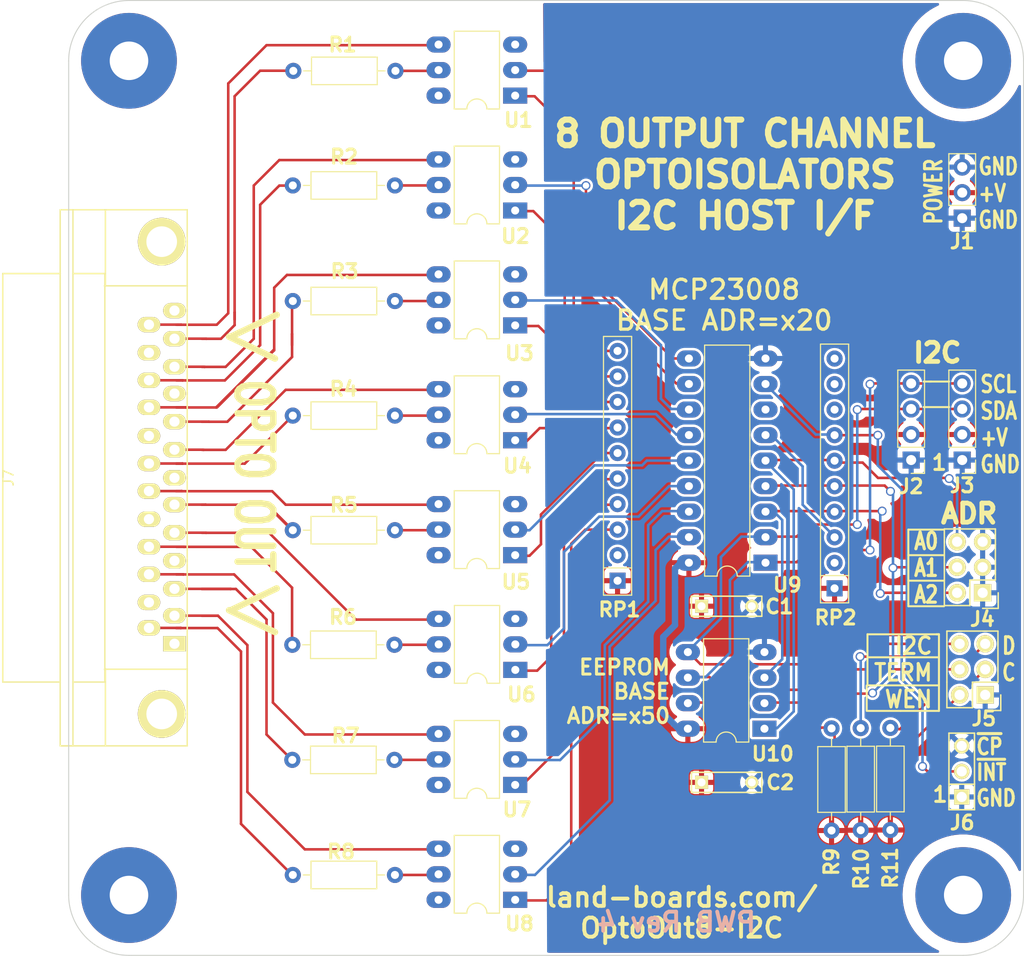
<source format=kicad_pcb>
(kicad_pcb (version 20211014) (generator pcbnew)
  (title_block (title "8-Channel Opto-Isolated Output I2C") (date "2022-09-29") (rev "4") (company "land-boards.com"))
  (layers (0 "F.Cu" signal) (31 "B.Cu" signal) (36 "B.SilkS" user "B.Silkscreen") (37 "F.SilkS" user "F.Silkscreen") (38 "B.Mask" user) (39 "F.Mask" user) (44 "Edge.Cuts" user))
  (net 0 "")
  (net 1 "/A0")
  (net 2 "/A1")
  (net 3 "/A2")
  (net 4 "/SCL")
  (net 5 "/SDA")
  (net 6 "/VCC")
  (net 7 "GND")
  (net 8 "Net-(R1-Pad1)")
  (net 9 "Net-(R2-Pad1)")
  (net 10 "Net-(R3-Pad1)")
  (net 11 "Net-(R4-Pad1)")
  (net 12 "Net-(R5-Pad1)")
  (net 13 "Net-(R6-Pad1)")
  (net 14 "Net-(R7-Pad1)")
  (net 15 "Net-(R8-Pad1)")
  (net 16 "Net-(RP1-Pad3)")
  (net 17 "Net-(RP1-Pad4)")
  (net 18 "Net-(RP1-Pad5)")
  (net 19 "Net-(RP1-Pad6)")
  (net 20 "Net-(RP1-Pad7)")
  (net 21 "Net-(RP1-Pad8)")
  (net 22 "Net-(RP1-Pad9)")
  (net 23 "Net-(RP1-Pad10)")
  (net 24 "Net-(RP2-Pad3)")
  (net 25 "Net-(J6-Pad2)")
  (net 26 "Net-(U1-Pad2)")
  (net 27 "Net-(U2-Pad2)")
  (net 28 "Net-(U3-Pad2)")
  (net 29 "Net-(U4-Pad2)")
  (net 30 "Net-(U5-Pad2)")
  (net 31 "Net-(U6-Pad2)")
  (net 32 "Net-(U7-Pad2)")
  (net 33 "Net-(U8-Pad2)")
  (net 34 "Net-(J5-Pad3)")
  (net 35 "Net-(J7-Pad2)")
  (net 36 "Net-(J7-Pad3)")
  (net 37 "Net-(J7-Pad5)")
  (net 38 "Net-(J7-Pad6)")
  (net 39 "Net-(J7-Pad8)")
  (net 40 "Net-(J7-Pad9)")
  (net 41 "Net-(J7-Pad11)")
  (net 42 "Net-(J7-Pad14)")
  (net 43 "Net-(J7-Pad16)")
  (net 44 "Net-(J7-Pad17)")
  (net 45 "Net-(J7-Pad19)")
  (net 46 "Net-(J7-Pad20)")
  (net 47 "Net-(J7-Pad22)")
  (net 48 "Net-(J7-Pad23)")
  (net 49 "Net-(J7-Pad25)")
  (net 50 "Net-(J5-Pad2)")
  (net 51 "Net-(J5-Pad5)")
  (net 56 "Net-(J7-Pad12)")
  (footprint "Resistor_THT:R_Axial_DIN0207_L6.3mm_D2.5mm_P10.16mm_Horizontal" (layer "F.Cu") (at 62.51 27 180)
    (fp_text reference "R1")
    (fp_text value "4.7K")
  )
  (footprint "Resistor_THT:R_Axial_DIN0207_L6.3mm_D2.5mm_P10.16mm_Horizontal" (layer "F.Cu") (at 62.46 38.4 180)
    (fp_text reference "R2")
    (fp_text value "4.7K")
  )
  (footprint "Resistor_THT:R_Axial_DIN0207_L6.3mm_D2.5mm_P10.16mm_Horizontal" (layer "F.Cu") (at 62.46 49.9 180)
    (fp_text reference "R3")
    (fp_text value "4.7K")
  )
  (footprint "Resistor_THT:R_Axial_DIN0207_L6.3mm_D2.5mm_P10.16mm_Horizontal" (layer "F.Cu") (at 62.46 61.3 180)
    (fp_text reference "R4")
    (fp_text value "4.7K")
  )
  (footprint "Resistor_THT:R_Axial_DIN0207_L6.3mm_D2.5mm_P10.16mm_Horizontal" (layer "F.Cu") (at 62.46 72.7 180)
    (fp_text reference "R5")
    (fp_text value "4.7K")
  )
  (footprint "Resistor_THT:R_Axial_DIN0207_L6.3mm_D2.5mm_P10.16mm_Horizontal" (layer "F.Cu") (at 62.41 84.1 180)
    (fp_text reference "R6")
    (fp_text value "4.7K")
  )
  (footprint "Resistor_THT:R_Axial_DIN0207_L6.3mm_D2.5mm_P10.16mm_Horizontal" (layer "F.Cu") (at 62.46 107 180)
    (fp_text reference "R8")
    (fp_text value "4.7K")
  )
  (footprint "Resistor_THT:R_Axial_DIN0207_L6.3mm_D2.5mm_P10.16mm_Horizontal" (layer "F.Cu") (at 62.41 95.55 180)
    (fp_text reference "R7")
    (fp_text value "4.7K")
  )
  (footprint "Package_DIP:DIP-6_W7.62mm_LongPads" (layer "F.Cu") (at 74.422 109.474 180)
    (fp_text reference "U8")
    (fp_text value "4N25")
  )
  (footprint "Package_DIP:DIP-6_W7.62mm_LongPads" (layer "F.Cu") (at 74.422 29.464 180)
    (fp_text reference "U1")
    (fp_text value "4N25")
  )
  (footprint "Package_DIP:DIP-6_W7.62mm_LongPads" (layer "F.Cu") (at 74.422 40.894 180)
    (fp_text reference "U2")
    (fp_text value "4N25")
  )
  (footprint "Package_DIP:DIP-6_W7.62mm_LongPads" (layer "F.Cu") (at 74.422 52.324 180)
    (fp_text reference "U3")
    (fp_text value "4N25")
  )
  (footprint "Package_DIP:DIP-6_W7.62mm_LongPads" (layer "F.Cu") (at 74.422 63.754 180)
    (fp_text reference "U4")
    (fp_text value "4N25")
  )
  (footprint "Package_DIP:DIP-6_W7.62mm_LongPads" (layer "F.Cu") (at 74.422 75.184 180)
    (fp_text reference "U5")
    (fp_text value "4N25")
  )
  (footprint "Package_DIP:DIP-6_W7.62mm_LongPads" (layer "F.Cu") (at 74.437 86.599 180)
    (fp_text reference "U6")
    (fp_text value "4N25")
  )
  (footprint "Package_DIP:DIP-6_W7.62mm_LongPads" (layer "F.Cu") (at 74.422 98.044 180)
    (fp_text reference "U7")
    (fp_text value "4N25")
  )
  (footprint "LandBoards_Conns:DB25FC_Oval_Pads" (layer "F.Cu") (at 39.2557 67.4878 90)
    (fp_text reference "J7")
    (fp_text value "DB25-F")
  )
  (footprint "MTG-6-32" (layer "F.Cu") (at 36 26 180)
    (fp_text reference "MTG4" hide)
    (fp_text value "MTG_HOLE" hide)
  )
  (footprint "MTG-6-32" (layer "F.Cu") (at 119 26 180)
    (fp_text reference "MTG3" hide)
    (fp_text value "MTG_HOLE" hide)
  )
  (footprint "MTG-6-32" (layer "F.Cu") (at 36 109 180)
    (fp_text reference "MTG2" hide)
    (fp_text value "MTG_HOLE" hide)
  )
  (footprint "MTG-6-32" (layer "F.Cu") (at 119 109 180)
    (fp_text reference "MTG1" hide)
    (fp_text value "MTG_HOLE" hide)
  )
  (footprint "Connector_PinHeader_2.54mm:PinHeader_1x04_P2.54mm_Vertical" (layer "F.Cu") (at 118.9 65.72 180)
    (fp_text reference "J3")
    (fp_text value "HEADER, STRT, 1X4")
  )
  (footprint "Resistor_THT:R_Array_SIP10" (layer "F.Cu") (at 84.61 77.724 90)
    (fp_text reference "RP1")
    (fp_text value "330")
  )
  (footprint "Resistor_THT:R_Array_SIP10" (layer "F.Cu") (at 106.2 78.486 90)
    (fp_text reference "RP2")
    (fp_text value "4.7K")
  )
  (footprint "Connector_PinHeader_2.54mm:PinHeader_1x04_P2.54mm_Vertical" (layer "F.Cu") (at 113.82 65.72 180)
    (fp_text reference "J2")
    (fp_text value "HEADER, STRT, 1X4")
  )
  (footprint "Connector_PinHeader_2.54mm:PinHeader_1x03_P2.54mm_Vertical" (layer "F.Cu") (at 118.9 41.656 180)
    (fp_text reference "J1")
    (fp_text value "HEADER, STRT, 1X3")
  )
  (footprint "PIN_ARRAY_3X1" (layer "F.Cu") (at 118.850004 96.70001 90)
    (fp_text reference "J6")
    (fp_text value "CONN_3" hide)
  )
  (footprint "Resistor_THT:R_Axial_DIN0207_L6.3mm_D2.5mm_P10.16mm_Horizontal" (layer "F.Cu") (at 108.8 92.39 -90)
    (fp_text reference "R10")
    (fp_text value "2.2K")
  )
  (footprint "Resistor_THT:R_Axial_DIN0207_L6.3mm_D2.5mm_P10.16mm_Horizontal" (layer "F.Cu") (at 111.75 92.37 -90)
    (fp_text reference "R11")
    (fp_text value "2.2K")
  )
  (footprint "Resistor_THT:R_Axial_DIN0207_L6.3mm_D2.5mm_P10.16mm_Horizontal" (layer "F.Cu") (at 105.9 92.42 -90)
    (fp_text reference "R9")
    (fp_text value "1K")
  )
  (footprint "Pin_Headers:Pin_Header_Straight_2x03" (layer "F.Cu") (at 120.931991 78.928011 180)
    (fp_text reference "J4")
    (fp_text value "HEADER, STRT, 2X3" hide)
  )
  (footprint "Pin_Headers:Pin_Header_Straight_2x03" (layer "F.Cu") (at 121.185991 89.088011 180)
    (fp_text reference "J5")
    (fp_text value "HEADER, STRT, 2X3" hide)
  )
  (footprint "Capacitors_ThroughHole:C_Rect_L7_W2_P5" (layer "F.Cu") (at 92.964 80.264)
    (fp_text reference "C1")
    (fp_text value "C" hide)
  )
  (footprint "Capacitors_ThroughHole:C_Rect_L7_W2_P5" (layer "F.Cu") (at 92.964 97.79)
    (fp_text reference "C2")
    (fp_text value "C" hide)
  )
  (footprint "Package_DIP:DIP-18_W7.62mm_LongPads" (layer "F.Cu") (at 99.329 75.936 180)
    (fp_text reference "U9")
    (fp_text value "MCP23008P")
  )
  (footprint "Package_DIP:DIP-8_W7.62mm_LongPads" (layer "F.Cu") (at 99.225 92.45 180)
    (fp_text reference "U10")
    (fp_text value "24C01")
  )
  (gr_line (start 115.824 57.912) (end 115.062 57.912) (layer "F.SilkS") (width 0.2))
  (gr_line (start 113.538 72.644) (end 113.538 80.01) (layer "F.SilkS") (width 0.2))
  (gr_line (start 116.332 83.058) (end 116.586 83.058) (layer "F.SilkS") (width 0.2))
  (gr_line (start 116.586 85.344) (end 116.586 88.138) (layer "F.SilkS") (width 0.2))
  (gr_line (start 109.4 88.15) (end 109.4 90.678) (layer "F.SilkS") (width 0.2))
  (gr_line (start 109.728 88.138) (end 109.474 88.138) (layer "F.SilkS") (width 0.2))
  (gr_line (start 116.586 90.678) (end 112.776 90.678) (layer "F.SilkS") (width 0.2))
  (gr_line (start 113.538 75.184) (end 117.094 75.184) (layer "F.SilkS") (width 0.2))
  (gr_line (start 112.776 90.678) (end 109.5 90.678) (layer "F.SilkS") (width 0.2))
  (gr_line (start 116.586 83.058) (end 116.586 90.424) (layer "F.SilkS") (width 0.2))
  (gr_line (start 109.474 85.344) (end 116.586 85.344) (layer "F.SilkS") (width 0.2))
  (gr_line (start 116.586 88.138) (end 109.728 88.138) (layer "F.SilkS") (width 0.2))
  (gr_line (start 109.474 83.058) (end 109.474 85.344) (layer "F.SilkS") (width 0.2))
  (gr_line (start 109.474 88.138) (end 109.474 85.344) (layer "F.SilkS") (width 0.2))
  (gr_line (start 113.538 80.264) (end 117.094 80.264) (layer "F.SilkS") (width 0.2))
  (gr_line (start 117.094 72.644) (end 113.538 72.644) (layer "F.SilkS") (width 0.2))
  (gr_line (start 113.538 80.01) (end 113.538 80.264) (layer "F.SilkS") (width 0.2))
  (gr_line (start 115.57 57.912) (end 117.602 57.912) (layer "F.SilkS") (width 0.2))
  (gr_line (start 113.538 77.724) (end 117.094 77.724) (layer "F.SilkS") (width 0.2))
  (gr_line (start 116.586 90.424) (end 116.586 90.678) (layer "F.SilkS") (width 0.2))
  (gr_line (start 116.586 83.058) (end 109.474 83.058) (layer "F.SilkS") (width 0.2))
  (gr_line (start 115.062 60.452) (end 117.602 60.452) (layer "F.SilkS") (width 0.2))
  (gr_line (start 30 109) (end 30 26) (layer "Edge.Cuts") (width 0.1))
  (gr_line (start 119 115) (end 36 115) (layer "Edge.Cuts") (width 0.1))
  (gr_arc (start 119 20) (mid 123.242641 21.757359) (end 125 26) (layer "Edge.Cuts") (width 0.1))
  (gr_arc (start 30 26) (mid 31.757359 21.757359) (end 36 20) (layer "Edge.Cuts") (width 0.1))
  (gr_line (start 36 20) (end 119 20) (layer "Edge.Cuts") (width 0.1))
  (gr_arc (start 36 115) (mid 31.757359 113.242641) (end 30 109) (layer "Edge.Cuts") (width 0.1))
  (gr_line (start 125 26) (end 125 109) (layer "Edge.Cuts") (width 0.1))
  (gr_arc (start 125 109) (mid 123.242641 113.242641) (end 119 115) (layer "Edge.Cuts") (width 0.1))
  (gr_text "PWB Rev 4" (at 98.579991 111.694011) (layer "B.SilkS") (effects (font (size 1.905 1.905) (thickness 0.381)) (justify left mirror)))
  (gr_text "ADR" (at 116.55 71.05) (layer "F.SilkS") (effects (font (size 1.905 1.905) (thickness 0.47625)) (justify left)))
  (gr_text "SCL\nSDA\n+V\nGND" (at 120.551 62.164) (layer "F.SilkS") (effects (font (size 1.651 1.27) (thickness 0.3)) (justify left)))
  (gr_text "8 OUTPUT CHANNEL\nOPTOISOLATORS\nI2C HOST I/F" (at 97.282 37.338) (layer "F.SilkS") (effects (font (size 2.54 2.54) (thickness 0.6096))))
  (gr_text "D\nC" (at 122.71 85.532) (layer "F.SilkS") (effects (font (size 1.651 1.27) (thickness 0.3)) (justify left)))
  (gr_text "1" (at 116.7 99) (layer "F.SilkS") (effects (font (size 1.5 1.5) (thickness 0.3))))
  (gr_text "POWER" (at 116.05 39 90) (layer "F.SilkS") (effects (font (size 1.651 1.27) (thickness 0.3))))
  (gr_text "1" (at 116.614 65.974) (layer "F.SilkS") (effects (font (size 1.5 1.5) (thickness 0.3))))
  (gr_text "A0\nA1\nA2" (at 115.316 76.454) (layer "F.SilkS") (effects (font (size 1.651 1.27) (thickness 0.3175))))
  (gr_text "MCP23008\nBASE ADR=x20" (at 95.214491 50.3) (layer "F.SilkS") (effects (font (size 1.905 1.905) (thickness 0.32385))))
  (gr_text "GND\n+V\nGND" (at 120.3605 39.177) (layer "F.SilkS") (effects (font (size 1.651 1.27) (thickness 0.3)) (justify left)))
  (gr_text "land-boards.com/\nOptoOut8-I2C" (at 91 110.75) (layer "F.SilkS") (effects (font (size 1.905 1.905) (thickness 0.381))))
  (gr_text "I2C" (at 116.423491 55.052011) (layer "F.SilkS") (effects (font (size 1.905 1.905) (thickness 0.47625))))
  (gr_text "I2C\nTERM\nWEN" (at 116.078 86.868) (layer "F.SilkS") (effects (font (size 1.651 1.5) (thickness 0.3)) (justify right)))
  (gr_text "EEPROM\nBASE\nADR=x50" (at 90 88.75) (layer "F.SilkS") (effects (font (size 1.5 1.5) (thickness 0.3)) (justify right)))
  (gr_text "\\/ OPTO OUT \\/" (at 48.415 83.5 270) (layer "F.SilkS") (effects (font (size 3.556 2.54) (thickness 0.635)) (justify right)))
  (gr_text "~{CP}\n~{INT}\nGND" (at 120.15 96.8) (layer "F.SilkS") (effects (font (size 1.5875 1.27) (thickness 0.3)) (justify left)))
  (segment (start 110.518 67.498) (end 108.994 65.974) (width 0.254) (layer "F.Cu") (net 1))
  (segment (start 108.994 65.974) (end 106.454 65.974) (width 0.254) (layer "F.Cu") (net 1))
  (segment (start 117.602 67.564) (end 117.536 67.498) (width 0.254) (layer "F.Cu") (net 1))
  (segment (start 110.518 67.498) (end 117.536 67.498) (width 0.254) (layer "F.Cu") (net 1))
  (segment (start 99.215 65.72) (end 106.2 65.72) (width 0.254) (layer "F.Cu") (net 1))
  (via (at 117.602 67.564) (size 0.889) (drill 0.635) (layers "F.Cu" "B.Cu") (net 1))
  (segment (start 100.485 92.39) (end 102.136 90.739) (width 0.254) (layer "B.Cu") (net 1))
  (segment (start 102.136 90.739) (end 102.136 68.641) (width 0.254) (layer "B.Cu") (net 1))
  (segment (start 102.136 68.641) (end 99.215 65.72) (width 0.254) (layer "B.Cu") (net 1))
  (segment (start 118.392 68.354) (end 117.602 67.564) (width 0.254) (layer "B.Cu") (net 1))
  (segment (start 118.392 73.848) (end 118.392 68.354) (width 0.254) (layer "B.Cu") (net 1))
  (segment (start 99.215 92.39) (end 100.485 92.39) (width 0.254) (layer "B.Cu") (net 1))
  (segment (start 104.676 89.85) (end 105.565 88.961) (width 0.254) (layer "F.Cu") (net 2))
  (segment (start 109.921 88.961) (end 109.982 88.9) (width 0.254) (layer "F.Cu") (net 2))
  (segment (start 111.186 68.26) (end 111.76 68.834) (width 0.254) (layer "F.Cu") (net 2))
  (segment (start 112.08 76.388) (end 112.014 76.454) (width 0.254) (layer "F.Cu") (net 2))
  (segment (start 99.215 68.26) (end 106.2 68.26) (width 0.254) (layer "F.Cu") (net 2))
  (segment (start 105.565 88.961) (end 109.921 88.961) (width 0.254) (layer "F.Cu") (net 2))
  (segment (start 118.392 76.388) (end 112.08 76.388) (width 0.254) (layer "F.Cu") (net 2))
  (segment (start 106.2 68.26) (end 111.186 68.26) (width 0.254) (layer "F.Cu") (net 2))
  (segment (start 99.215 89.85) (end 104.676 89.85) (width 0.254) (layer "F.Cu") (net 2))
  (via (at 112.014 76.454) (size 0.889) (drill 0.635) (layers "F.Cu" "B.Cu") (net 2))
  (via (at 109.982 88.9) (size 0.889) (drill 0.635) (layers "F.Cu" "B.Cu") (net 2))
  (via (at 111.76 68.834) (size 0.889) (drill 0.635) (layers "F.Cu" "B.Cu") (net 2))
  (segment (start 111.76 68.834) (end 112.014 69.088) (width 0.254) (layer "B.Cu") (net 2))
  (segment (start 112.014 69.088) (end 112.014 76.454) (width 0.254) (layer "B.Cu") (net 2))
  (segment (start 112.014 86.868) (end 109.982 88.9) (width 0.254) (layer "B.Cu") (net 2))
  (segment (start 112.014 76.454) (end 112.014 86.868) (width 0.254) (layer "B.Cu") (net 2))
  (segment (start 110.744 78.994) (end 110.81 78.928) (width 0.254) (layer "F.Cu") (net 3))
  (segment (start 110.81 78.928) (end 118.392 78.928) (width 0.254) (layer "F.Cu") (net 3))
  (segment (start 99.215 70.8) (end 106.2 70.8) (width 0.254) (layer "F.Cu") (net 3))
  (segment (start 106.2 70.8) (end 110.932 70.8) (width 0.254) (layer "F.Cu") (net 3))
  (via (at 110.744 78.994) (size 0.889) (drill 0.635) (layers "F.Cu" "B.Cu") (net 3))
  (via (at 110.932 70.8) (size 0.889) (drill 0.635) (layers "F.Cu" "B.Cu") (net 3))
  (segment (start 100.104 70.8) (end 100.993 71.689) (width 0.254) (layer "B.Cu") (net 3))
  (segment (start 100.993 71.689) (end 100.993 85.532) (width 0.254) (layer "B.Cu") (net 3))
  (segment (start 100.993 85.532) (end 99.215 87.31) (width 0.254) (layer "B.Cu") (net 3))
  (segment (start 110.932 70.8) (end 110.744 70.988) (width 0.254) (layer "B.Cu") (net 3))
  (segment (start 110.744 70.988) (end 110.744 78.994) (width 0.254) (layer "B.Cu") (net 3))
  (segment (start 95.024 88.58) (end 93.754 87.31) (width 0.254) (layer "F.Cu") (net 4))
  (segment (start 93.754 87.31) (end 91.595 87.31) (width 0.254) (layer "F.Cu") (net 4))
  (segment (start 103.406 88.58) (end 105.438 86.548) (width 0.254) (layer "F.Cu") (net 4))
  (segment (start 109.728 58.166) (end 109.794 58.1) (width 0.254) (layer "F.Cu") (net 4))
  (segment (start 109.794 58.1) (end 113.82 58.1) (width 0.254) (layer "F.Cu") (net 4))
  (segment (start 102.428 75.88) (end 103.632 74.676) (width 0.254) (layer "F.Cu") (net 4))
  (segment (start 103.632 74.676) (end 109.728 74.676) (width 0.254) (layer "F.Cu") (net 4))
  (segment (start 113.82 58.1) (end 118.9 58.1) (width 0.254) (layer "F.Cu") (net 4))
  (segment (start 105.438 86.548) (end 118.646 86.548) (width 0.254) (layer "F.Cu") (net 4))
  (segment (start 99.215 75.88) (end 102.428 75.88) (width 0.254) (layer "F.Cu") (net 4))
  (segment (start 95.024 88.58) (end 103.406 88.58) (width 0.254) (layer "F.Cu") (net 4))
  (via (at 109.728 74.676) (size 0.889) (drill 0.635) (layers "F.Cu" "B.Cu") (net 4))
  (via (at 109.728 58.166) (size 0.889) (drill 0.635) (layers "F.Cu" "B.Cu") (net 4))
  (segment (start 93.373 87.31) (end 95.786 84.897) (width 0.254) (layer "B.Cu") (net 4))
  (segment (start 95.786 84.897) (end 95.786 77.658) (width 0.254) (layer "B.Cu") (net 4))
  (segment (start 95.786 77.658) (end 97.564 75.88) (width 0.254) (layer "B.Cu") (net 4))
  (segment (start 97.564 75.88) (end 99.215 75.88) (width 0.254) (layer "B.Cu") (net 4))
  (segment (start 109.728 74.676) (end 109.728 58.166) (width 0.254) (layer "B.Cu") (net 4))
  (segment (start 91.595 87.31) (end 93.373 87.31) (width 0.254) (layer "B.Cu") (net 4))
  (segment (start 105.057 84.008) (end 103.025 86.04) (width 0.254) (layer "F.Cu") (net 5))
  (segment (start 103.025 86.04) (end 92.865 86.04) (width 0.254) (layer "F.Cu") (net 5))
  (segment (start 92.865 86.04) (end 91.595 84.77) (width 0.254) (layer "F.Cu") (net 5))
  (segment (start 108.458 60.706) (end 108.524 60.64) (width 0.254) (layer "F.Cu") (net 5))
  (segment (start 108.524 60.64) (end 113.82 60.64) (width 0.254) (layer "F.Cu") (net 5))
  (segment (start 102.428 73.34) (end 103.632 72.136) (width 0.254) (layer "F.Cu") (net 5))
  (segment (start 103.632 72.136) (end 108.458 72.136) (width 0.254) (layer "F.Cu") (net 5))
  (segment (start 118.646 84.008) (end 105.057 84.008) (width 0.254) (layer "F.Cu") (net 5))
  (segment (start 99.215 73.34) (end 102.428 73.34) (width 0.254) (layer "F.Cu") (net 5))
  (segment (start 113.82 60.64) (end 118.9 60.64) (width 0.254) (layer "F.Cu") (net 5))
  (via (at 108.458 72.136) (size 0.889) (drill 0.635) (layers "F.Cu" "B.Cu") (net 5))
  (via (at 108.458 60.706) (size 0.889) (drill 0.635) (layers "F.Cu" "B.Cu") (net 5))
  (segment (start 94.897 81.468) (end 94.897 75.372) (width 0.254) (layer "B.Cu") (net 5))
  (segment (start 94.897 75.372) (end 96.929 73.34) (width 0.254) (layer "B.Cu") (net 5))
  (segment (start 96.929 73.34) (end 99.215 73.34) (width 0.254) (layer "B.Cu") (net 5))
  (segment (start 108.458 72.136) (end 108.458 60.706) (width 0.254) (layer "B.Cu") (net 5))
  (segment (start 91.595 84.77) (end 94.897 81.468) (width 0.254) (layer "B.Cu") (net 5))
  (segment (start 90.96 75.88) (end 90.325 76.515) (width 0.254) (layer "B.Cu") (net 6))
  (segment (start 90.325 76.515) (end 90.325 78.42) (width 0.254) (layer "B.Cu") (net 6))
  (segment (start 90.96 75.88) (end 90.325 76.515) (width 0.635) (layer "B.Cu") (net 6))
  (segment (start 90.325 76.515) (end 90.325 78.42) (width 0.635) (layer "B.Cu") (net 6))
  (segment (start 90.325 82.141) (end 89.154 83.312) (width 0.635) (layer "B.Cu") (net 6))
  (segment (start 89.154 90.932) (end 90.612 92.39) (width 0.635) (layer "B.Cu") (net 6))
  (segment (start 90.612 92.39) (end 91.595 92.39) (width 0.635) (layer "B.Cu") (net 6))
  (segment (start 89.154 83.312) (end 89.154 90.932) (width 0.635) (layer "B.Cu") (net 6))
  (segment (start 90.325 78.42) (end 90.325 82.141) (width 0.635) (layer "B.Cu") (net 6))
  (segment (start 62.51 27) (end 66.726 27) (width 0.254) (layer "F.Cu") (net 8))
  (segment (start 62.46 38.4) (end 66.756 38.4) (width 0.254) (layer "F.Cu") (net 9))
  (segment (start 62.46 49.9) (end 66.686 49.9) (width 0.254) (layer "F.Cu") (net 10))
  (segment (start 62.46 61.3) (end 66.716 61.3) (width 0.254) (layer "F.Cu") (net 11))
  (segment (start 62.46 72.7) (end 66.746 72.7) (width 0.254) (layer "F.Cu") (net 12))
  (segment (start 62.41 84.1) (end 66.776 84.1) (width 0.254) (layer "F.Cu") (net 13))
  (segment (start 62.41 95.55) (end 66.756 95.55) (width 0.254) (layer "F.Cu") (net 14))
  (segment (start 62.46 107) (end 66.736 107) (width 0.254) (layer "F.Cu") (net 15))
  (segment (start 80 74.05) (end 80 107.07) (width 0.254) (layer "F.Cu") (net 16))
  (segment (start 80 107.07) (end 77.535 109.535) (width 0.254) (layer "F.Cu") (net 16))
  (segment (start 81.406 72.644) (end 80 74.05) (width 0.254) (layer "F.Cu") (net 16))
  (segment (start 84.61 72.644) (end 81.406 72.644) (width 0.254) (layer "F.Cu") (net 16))
  (segment (start 77.535 109.535) (end 74.45 109.535) (width 0.254) (layer "F.Cu") (net 16))
  (segment (start 75.085 98.105) (end 79.276 93.914) (width 0.254) (layer "F.Cu") (net 17))
  (segment (start 79.276 73.467) (end 82.578 70.165) (width 0.254) (layer "F.Cu") (net 17))
  (segment (start 82.578 70.165) (end 84.61 70.165) (width 0.254) (layer "F.Cu") (net 17))
  (segment (start 79.276 93.914) (end 79.276 73.467) (width 0.254) (layer "F.Cu") (net 17))
  (segment (start 76.609 86.675) (end 78.006 85.278) (width 0.254) (layer "F.Cu") (net 18))
  (segment (start 78.006 72.324) (end 82.705 67.625) (width 0.254) (layer "F.Cu") (net 18))
  (segment (start 82.705 67.625) (end 84.61 67.625) (width 0.254) (layer "F.Cu") (net 18))
  (segment (start 74.45 86.675) (end 76.609 86.675) (width 0.254) (layer "F.Cu") (net 18))
  (segment (start 78.006 85.278) (end 78.006 72.324) (width 0.254) (layer "F.Cu") (net 18))
  (segment (start 75.847 75.245) (end 76.99 74.102) (width 0.254) (layer "F.Cu") (net 19))
  (segment (start 84.61 65.024) (end 83.106 65.024) (width 0.254) (layer "F.Cu") (net 19))
  (segment (start 76.99 74.102) (end 76.99 71.14) (width 0.254) (layer "F.Cu") (net 19))
  (segment (start 74.45 75.245) (end 75.847 75.245) (width 0.254) (layer "F.Cu") (net 19))
  (segment (start 83.106 65.024) (end 76.99 71.14) (width 0.254) (layer "F.Cu") (net 19))
  (segment (start 75.593 63.815) (end 76.863 62.545) (width 0.254) (layer "F.Cu") (net 20))
  (segment (start 76.863 62.545) (end 84.61 62.545) (width 0.254) (layer "F.Cu") (net 20))
  (segment (start 74.45 63.815) (end 75.593 63.815) (width 0.254) (layer "F.Cu") (net 20))
  (segment (start 76.736 52.385) (end 74.45 52.385) (width 0.254) (layer "F.Cu") (net 21))
  (segment (start 78.0505 53.6995) (end 76.736 52.385) (width 0.254) (layer "F.Cu") (net 21))
  (segment (start 84.61 59.944) (end 81.044 59.944) (width 0.254) (layer "F.Cu") (net 21))
  (segment (start 78.0505 56.9505) (end 78.0505 53.6995) (width 0.254) (layer "F.Cu") (net 21))
  (segment (start 81.044 59.944) (end 78.0505 56.9505) (width 0.254) (layer "F.Cu") (net 21))
  (segment (start 84.61 57.404) (end 80.304 57.404) (width 0.254) (layer "F.Cu") (net 22))
  (segment (start 80.304 57.404) (end 79.35 56.45) (width 0.254) (layer "F.Cu") (net 22))
  (segment (start 79.35 44.077) (end 76.228 40.955) (width 0.254) (layer "F.Cu") (net 22))
  (segment (start 79.35 56.45) (end 79.35 44.077) (width 0.254) (layer "F.Cu") (net 22))
  (segment (start 74.45 40.955) (end 76.228 40.955) (width 0.254) (layer "F.Cu") (net 22))
  (segment (start 76.355 29.525) (end 80.25 33.42) (width 0.254) (layer "F.Cu") (net 23))
  (segment (start 80.25 53.6) (end 80.25 33.42) (width 0.254) (layer "F.Cu") (net 23))
  (segment (start 84.61 54.864) (end 81.514 54.864) (width 0.254) (layer "F.Cu") (net 23))
  (segment (start 81.514 54.864) (end 80.25 53.6) (width 0.254) (layer "F.Cu") (net 23))
  (segment (start 74.45 29.525) (end 76.355 29.525) (width 0.254) (layer "F.Cu") (net 23))
  (segment (start 103.025 70.165) (end 103.025 66.355) (width 0.254) (layer "B.Cu") (net 24))
  (segment (start 103.025 66.355) (end 99.85 63.18) (width 0.254) (layer "B.Cu") (net 24))
  (segment (start 106.2 73.34) (end 103.025 70.165) (width 0.254) (layer "B.Cu") (net 24))
  (segment (start 110.4982 63.246) (end 110.5022 63.25) (width 0.254) (layer "F.Cu") (net 25))
  (segment (start 106.2 63.246) (end 110.4982 63.246) (width 0.254) (layer "F.Cu") (net 25))
  (segment (start 118.85 96.7) (end 115.45 96.7) (width 0.254) (layer "F.Cu") (net 25))
  (segment (start 115.45 96.7) (end 114.95 96.2) (width 0.254) (layer "F.Cu") (net 25))
  (via (at 110.5022 63.25) (size 0.889) (drill 0.635) (layers "F.Cu" "B.Cu") (net 25))
  (via (at 114.95 96.2) (size 0.889) (drill 0.635) (layers "F.Cu" "B.Cu") (net 25))
  (segment (start 99.248 58.1) (end 104.328 63.18) (width 0.254) (layer "B.Cu") (net 25))
  (segment (start 104.328 63.18) (end 106.2 63.18) (width 0.254) (layer "B.Cu") (net 25))
  (segment (start 112.879711 87.529711) (end 114.95 89.6) (width 0.254) (layer "B.Cu") (net 25))
  (segment (start 110.5022 63.25) (end 110.5022 66.2522) (width 0.254) (layer "B.Cu") (net 25))
  (segment (start 114.95 89.6) (end 114.95 96.2) (width 0.254) (layer "B.Cu") (net 25))
  (segment (start 112.879711 68.629711) (end 112.879711 87.529711) (width 0.254) (layer "B.Cu") (net 25))
  (segment (start 110.5022 66.2522) (end 112.879711 68.629711) (width 0.254) (layer "B.Cu") (net 25))
  (segment (start 77.335 26.985) (end 82.9 32.55) (width 0.254) (layer "F.Cu") (net 26))
  (segment (start 82.9 32.55) (end 82.9 48.4) (width 0.254) (layer "F.Cu") (net 26))
  (segment (start 91.709 55.616) (end 90.116 55.616) (width 0.254) (layer "F.Cu") (net 26))
  (segment (start 90.116 55.616) (end 82.9 48.4) (width 0.254) (layer "F.Cu") (net 26))
  (segment (start 74.45 26.985) (end 77.335 26.985) (width 0.254) (layer "F.Cu") (net 26))
  (segment (start 90.452 58.1) (end 88.166 55.814) (width 0.254) (layer "F.Cu") (net 27))
  (segment (start 91.595 58.1) (end 90.452 58.1) (width 0.254) (layer "F.Cu") (net 27))
  (segment (start 88.166 55.814) (end 88.166 54.434) (width 0.254) (layer "F.Cu") (net 27))
  (segment (start 81.465 47.733) (end 88.166 54.434) (width 0.254) (layer "F.Cu") (net 27))
  (segment (start 81.465 38.415) (end 81.465 47.733) (width 0.254) (layer "F.Cu") (net 27))
  (via (at 81.465 38.415) (size 0.889) (drill 0.635) (layers "F.Cu" "B.Cu") (net 27))
  (segment (start 81.465 38.415) (end 74.45 38.415) (width 0.254) (layer "B.Cu") (net 27))
  (segment (start 89.944 60.64) (end 88.928 59.624) (width 0.254) (layer "B.Cu") (net 28))
  (segment (start 88.928 59.624) (end 88.928 54.29) (width 0.254) (layer "B.Cu") (net 28))
  (segment (start 84.483 49.845) (end 88.928 54.29) (width 0.254) (layer "B.Cu") (net 28))
  (segment (start 91.595 60.64) (end 89.944 60.64) (width 0.254) (layer "B.Cu") (net 28))
  (segment (start 74.45 49.845) (end 84.483 49.845) (width 0.254) (layer "B.Cu") (net 28))
  (segment (start 90.452 63.18) (end 88.42 61.148) (width 0.254) (layer "B.Cu") (net 29))
  (segment (start 88.42 61.148) (end 74.577 61.148) (width 0.254) (layer "B.Cu") (net 29))
  (segment (start 91.595 63.18) (end 90.452 63.18) (width 0.254) (layer "B.Cu") (net 29))
  (segment (start 87.05 66.25) (end 82.302 66.25) (width 0.254) (layer "B.Cu") (net 30))
  (segment (start 82.302 66.25) (end 75.847 72.705) (width 0.254) (layer "B.Cu") (net 30))
  (segment (start 87.524 65.776) (end 87.05 66.25) (width 0.254) (layer "B.Cu") (net 30))
  (segment (start 91.709 65.776) (end 87.524 65.776) (width 0.254) (layer "B.Cu") (net 30))
  (segment (start 75.847 72.705) (end 74.45 72.705) (width 0.254) (layer "B.Cu") (net 30))
  (segment (start 79.276 74.864) (end 79.276 82.484) (width 0.254) (layer "B.Cu") (net 31))
  (segment (start 82.79 71.35) (end 79.276 74.864) (width 0.254) (layer "B.Cu") (net 31))
  (segment (start 79.276 82.484) (end 77.625 84.135) (width 0.254) (layer "B.Cu") (net 31))
  (segment (start 89.734 68.316) (end 86.7 71.35) (width 0.254) (layer "B.Cu") (net 31))
  (segment (start 91.709 68.316) (end 89.734 68.316) (width 0.254) (layer "B.Cu") (net 31))
  (segment (start 86.7 71.35) (end 82.79 71.35) (width 0.254) (layer "B.Cu") (net 31))
  (segment (start 77.625 84.135) (end 74.45 84.135) (width 0.254) (layer "B.Cu") (net 31))
  (segment (start 78.895 95.565) (end 83.34 91.12) (width 0.254) (layer "B.Cu") (net 32))
  (segment (start 83.34 91.12) (end 83.34 84.135) (width 0.254) (layer "B.Cu") (net 32))
  (segment (start 83.34 84.135) (end 87.658 79.817) (width 0.254) (layer "B.Cu") (net 32))
  (segment (start 87.658 72.197) (end 89.055 70.8) (width 0.254) (layer "B.Cu") (net 32))
  (segment (start 89.055 70.8) (end 91.595 70.8) (width 0.254) (layer "B.Cu") (net 32))
  (segment (start 74.45 95.565) (end 78.895 95.565) (width 0.254) (layer "B.Cu") (net 32))
  (segment (start 87.658 79.817) (end 87.658 72.197) (width 0.254) (layer "B.Cu") (net 32))
  (segment (start 89.728 73.34) (end 88.392 74.676) (width 0.254) (layer "B.Cu") (net 33))
  (segment (start 88.392 74.676) (end 88.392 79.729582) (width 0.254) (layer "B.Cu") (net 33))
  (segment (start 88.392 79.729582) (end 83.82 84.301582) (width 0.254) (layer "B.Cu") (net 33))
  (segment (start 83.82 84.301582) (end 83.82 99.568) (width 0.254) (layer "B.Cu") (net 33))
  (segment (start 83.82 99.568) (end 76.393 106.995) (width 0.254) (layer "B.Cu") (net 33))
  (segment (start 74.45 106.995) (end 76.393 106.995) (width 0.254) (layer "B.Cu") (net 33))
  (segment (start 91.595 73.34) (end 89.728 73.34) (width 0.254) (layer "B.Cu") (net 33))
  (segment (start 117.376 87.818) (end 119.916 87.818) (width 0.254) (layer "F.Cu") (net 34))
  (segment (start 119.916 87.818) (end 121.186 86.548) (width 0.254) (layer "F.Cu") (net 34))
  (segment (start 112.704 92.49) (end 111.55 92.49) (width 0.254) (layer "F.Cu") (net 34))
  (segment (start 112.704 92.49) (end 117.376 87.818) (width 0.254) (layer "F.Cu") (net 34))
  (segment (start 47.78 84.135) (end 47.78 98.74) (width 0.254) (layer "F.Cu") (net 35))
  (segment (start 53.495 104.455) (end 66.83 104.455) (width 0.254) (layer "F.Cu") (net 35))
  (segment (start 44.8488 81.2038) (end 40.5257 81.2038) (width 0.254) (layer "F.Cu") (net 35))
  (segment (start 47.78 98.74) (end 53.495 104.455) (width 0.254) (layer "F.Cu") (net 35))
  (segment (start 44.861 81.216) (end 44.8488 81.2038) (width 0.254) (layer "F.Cu") (net 35))
  (segment (start 43.2435 81.216) (end 44.861 81.216) (width 0.254) (layer "F.Cu") (net 35))
  (segment (start 44.861 81.216) (end 47.78 84.135) (width 0.254) (layer "F.Cu") (net 35))
  (segment (start 46.1132 78.549) (end 46.639 78.549) (width 0.254) (layer "F.Cu") (net 36))
  (segment (start 49.685 81.595) (end 49.685 93.025) (width 0.254) (layer "F.Cu") (net 36))
  (segment (start 46.1132 78.549) (end 46.101 78.5368) (width 0.254) (layer "F.Cu") (net 36))
  (segment (start 49.685 93.025) (end 52.225 95.565) (width 0.254) (layer "F.Cu") (net 36))
  (segment (start 43.2435 78.549) (end 46.1132 78.549) (width 0.254) (layer "F.Cu") (net 36))
  (segment (start 46.101 78.5368) (end 40.5257 78.5368) (width 0.254) (layer "F.Cu") (net 36))
  (segment (start 46.639 78.549) (end 49.685 81.595) (width 0.254) (layer "F.Cu") (net 36))
  (segment (start 43.6636 72.9488) (end 40.5257 72.9488) (width 0.254) (layer "F.Cu") (net 37))
  (segment (start 43.6758 72.961) (end 49.941 72.961) (width 0.254) (layer "F.Cu") (net 37))
  (segment (start 43.2435 72.961) (end 43.6758 72.961) (width 0.254) (layer "F.Cu") (net 37))
  (segment (start 58.575 81.595) (end 66.83 81.595) (width 0.254) (layer "F.Cu") (net 37))
  (segment (start 43.6758 72.961) (end 43.6636 72.9488) (width 0.254) (layer "F.Cu") (net 37))
  (segment (start 49.941 72.961) (end 58.575 81.595) (width 0.254) (layer "F.Cu") (net 37))
  (segment (start 43.6382 70.1548) (end 40.5257 70.1548) (width 0.254) (layer "F.Cu") (net 38))
  (segment (start 49.767 70.167) (end 52.3 72.7) (width 0.254) (layer "F.Cu") (net 38))
  (segment (start 43.6504 70.167) (end 49.767 70.167) (width 0.254) (layer "F.Cu") (net 38))
  (segment (start 43.6504 70.167) (end 43.6382 70.1548) (width 0.254) (layer "F.Cu") (net 38))
  (segment (start 52.225 72.705) (end 49.687 70.167) (width 0.254) (layer "F.Cu") (net 38))
  (segment (start 43.2435 70.167) (end 43.6504 70.167) (width 0.254) (layer "F.Cu") (net 38))
  (segment (start 43.4208 64.706) (end 43.4086 64.6938) (width 0.254) (layer "F.Cu") (net 39))
  (segment (start 43.4086 64.6938) (end 40.5257 64.6938) (width 0.254) (layer "F.Cu") (net 39))
  (segment (start 43.2435 64.706) (end 43.4208 64.706) (width 0.254) (layer "F.Cu") (net 39))
  (segment (start 43.4208 64.706) (end 45.619 64.706) (width 0.254) (layer "F.Cu") (net 39))
  (segment (start 51.59 58.735) (end 66.83 58.735) (width 0.254) (layer "F.Cu") (net 39))
  (segment (start 45.619 64.706) (end 51.59 58.735) (width 0.254) (layer "F.Cu") (net 39))
  (segment (start 43.9796 61.912) (end 43.9674 61.8998) (width 0.254) (layer "F.Cu") (net 40))
  (segment (start 52.225 55.471) (end 52.225 53.185) (width 0.254) (layer "F.Cu") (net 40))
  (segment (start 43.9796 61.912) (end 45.784 61.912) (width 0.254) (layer "F.Cu") (net 40))
  (segment (start 43.2435 61.912) (end 43.9796 61.912) (width 0.254) (layer "F.Cu") (net 40))
  (segment (start 45.784 61.912) (end 52.225 55.471) (width 0.254) (layer "F.Cu") (net 40))
  (segment (start 52.225 53.185) (end 52.225 54.29) (width 0.254) (layer "F.Cu") (net 40))
  (segment (start 43.9674 61.8998) (end 40.5257 61.8998) (width 0.254) (layer "F.Cu") (net 40))
  (segment (start 52.225 49.845) (end 52.225 53.185) (width 0.254) (layer "F.Cu") (net 40))
  (segment (start 45.619 56.451) (end 48.415 53.655) (width 0.254) (layer "F.Cu") (net 41))
  (segment (start 43.2435 56.451) (end 43.5224 56.451) (width 0.254) (layer "F.Cu") (net 41))
  (segment (start 43.5102 56.4388) (end 40.5257 56.4388) (width 0.254) (layer "F.Cu") (net 41))
  (segment (start 43.5224 56.451) (end 43.5102 56.4388) (width 0.254) (layer "F.Cu") (net 41))
  (segment (start 48.415 38.415) (end 48.415 53.655) (width 0.254) (layer "F.Cu") (net 41))
  (segment (start 50.955 35.875) (end 48.415 38.415) (width 0.254) (layer "F.Cu") (net 41))
  (segment (start 43.5224 56.451) (end 45.619 56.451) (width 0.254) (layer "F.Cu") (net 41))
  (segment (start 66.83 35.875) (end 50.955 35.875) (width 0.254) (layer "F.Cu") (net 41))
  (segment (start 40.7035 82.4352) (end 41.1602 82.4352) (width 0.254) (layer "F.Cu") (net 42))
  (segment (start 41.148 82.423) (end 41.1602 82.4352) (width 0.254) (layer "F.Cu") (net 42))
  (segment (start 37.9857 82.423) (end 41.148 82.423) (width 0.254) (layer "F.Cu") (net 42))
  (segment (start 41.1602 82.4352) (end 44.8102 82.4352) (width 0.254) (layer "F.Cu") (net 42))
  (segment (start 47.145 101.915) (end 52.225 106.995) (width 0.254) (layer "F.Cu") (net 42))
  (segment (start 47.145 84.77) (end 47.145 101.915) (width 0.254) (layer "F.Cu") (net 42))
  (segment (start 44.8102 82.4352) (end 47.145 84.77) (width 0.254) (layer "F.Cu") (net 42))
  (segment (start 41.4152 77.1012) (end 41.403 77.089) (width 0.254) (layer "F.Cu") (net 43))
  (segment (start 50.32 89.85) (end 53.495 93.025) (width 0.254) (layer "F.Cu") (net 43))
  (segment (start 53.495 93.025) (end 66.83 93.025) (width 0.254) (layer "F.Cu") (net 43))
  (segment (start 40.7035 77.1012) (end 41.4152 77.1012) (width 0.254) (layer "F.Cu") (net 43))
  (segment (start 41.403 77.089) (end 37.9857 77.089) (width 0.254) (layer "F.Cu") (net 43))
  (segment (start 41.4152 77.1012) (end 46.4612 77.1012) (width 0.254) (layer "F.Cu") (net 43))
  (segment (start 50.32 80.96) (end 50.32 89.85) (width 0.254) (layer "F.Cu") (net 43))
  (segment (start 46.4612 77.1012) (end 50.32 80.96) (width 0.254) (layer "F.Cu") (net 43))
  (segment (start 40.7035 74.358) (end 41.4904 74.358) (width 0.254) (layer "F.Cu") (net 44))
  (segment (start 41.4904 74.358) (end 41.4782 74.3458) (width 0.254) (layer "F.Cu") (net 44))
  (segment (start 41.4904 74.358) (end 48.163 74.358) (width 0.254) (layer "F.Cu") (net 44))
  (segment (start 41.4782 74.3458) (end 37.9857 74.3458) (width 0.254) (layer "F.Cu") (net 44))
  (segment (start 52.225 84.135) (end 52.225 78.42) (width 0.254) (layer "F.Cu") (net 44))
  (segment (start 52.225 78.42) (end 48.163 74.358) (width 0.254) (layer "F.Cu") (net 44))
  (segment (start 41.2628 68.8208) (end 41.2506 68.8086) (width 0.254) (layer "F.Cu") (net 45))
  (segment (start 41.2628 68.8208) (end 50.2458 68.8208) (width 0.254) (layer "F.Cu") (net 45))
  (segment (start 41.2506 68.8086) (end 37.9857 68.8086) (width 0.254) (layer "F.Cu") (net 45))
  (segment (start 40.7035 68.8208) (end 41.2628 68.8208) (width 0.254) (layer "F.Cu") (net 45))
  (segment (start 66.83 70.165) (end 51.59 70.165) (width 0.254) (layer "F.Cu") (net 45))
  (segment (start 50.2458 68.8208) (end 51.59 70.165) (width 0.254) (layer "F.Cu") (net 45))
  (segment (start 40.7035 66.0776) (end 41.338 66.0776) (width 0.254) (layer "F.Cu") (net 46))
  (segment (start 41.338 66.0776) (end 47.5224 66.0776) (width 0.254) (layer "F.Cu") (net 46))
  (segment (start 41.3258 66.0654) (end 37.9857 66.0654) (width 0.254) (layer "F.Cu") (net 46))
  (segment (start 47.5224 66.0776) (end 52.3 61.3) (width 0.254) (layer "F.Cu") (net 46))
  (segment (start 41.338 66.0776) (end 41.3258 66.0654) (width 0.254) (layer "F.Cu") (net 46))
  (segment (start 44.6664 60.4896) (end 50.447 54.709) (width 0.254) (layer "F.Cu") (net 47))
  (segment (start 41.719 60.4896) (end 41.7068 60.4774) (width 0.254) (layer "F.Cu") (net 47))
  (segment (start 66.83 47.305) (end 51.717 47.305) (width 0.254) (layer "F.Cu") (net 47))
  (segment (start 40.7035 60.4896) (end 41.719 60.4896) (width 0.254) (layer "F.Cu") (net 47))
  (segment (start 51.717 47.305) (end 50.447 48.575) (width 0.254) (layer "F.Cu") (net 47))
  (segment (start 50.447 54.798) (end 44.7554 60.4896) (width 0.254) (layer "F.Cu") (net 47))
  (segment (start 41.719 60.4896) (end 44.6664 60.4896) (width 0.254) (layer "F.Cu") (net 47))
  (segment (start 50.447 54.709) (end 50.447 54.798) (width 0.254) (layer "F.Cu") (net 47))
  (segment (start 41.7068 60.4774) (end 37.9857 60.4774) (width 0.254) (layer "F.Cu") (net 47))
  (segment (start 50.447 48.575) (end 50.447 54.709) (width 0.254) (layer "F.Cu") (net 47))
  (segment (start 41.338 57.7972) (end 45.5428 57.7972) (width 0.254) (layer "F.Cu") (net 48))
  (segment (start 52.86 38.415) (end 50.955 38.415) (width 0.254) (layer "F.Cu") (net 48))
  (segment (start 41.3258 57.785) (end 37.9857 57.785) (width 0.254) (layer "F.Cu") (net 48))
  (segment (start 41.338 57.7972) (end 41.3258 57.785) (width 0.254) (layer "F.Cu") (net 48))
  (segment (start 50.955 38.415) (end 49.05 40.32) (width 0.254) (layer "F.Cu") (net 48))
  (segment (start 49.05 40.32) (end 49.05 54.29) (width 0.254) (layer "F.Cu") (net 48))
  (segment (start 45.5428 57.7972) (end 49.05 54.29) (width 0.254) (layer "F.Cu") (net 48))
  (segment (start 40.7035 57.7972) (end 41.338 57.7972) (width 0.254) (layer "F.Cu") (net 48))
  (segment (start 41.1998 52.2478) (end 37.9857 52.2478) (width 0.254) (layer "F.Cu") (net 49))
  (segment (start 49.685 24.445) (end 45.875 28.255) (width 0.254) (layer "F.Cu") (net 49))
  (segment (start 41.212 52.26) (end 41.1998 52.2478) (width 0.254) (layer "F.Cu") (net 49))
  (segment (start 45.875 28.255) (end 45.875 51.115) (width 0.254) (layer "F.Cu") (net 49))
  (segment (start 66.83 24.445) (end 49.685 24.445) (width 0.254) (layer "F.Cu") (net 49))
  (segment (start 41.212 52.26) (end 44.73 52.26) (width 0.254) (layer "F.Cu") (net 49))
  (segment (start 44.73 52.26) (end 45.875 51.115) (width 0.254) (layer "F.Cu") (net 49))
  (segment (start 40.7035 52.26) (end 41.212 52.26) (width 0.254) (layer "F.Cu") (net 49))
  (segment (start 93.152 89.85) (end 97.597 94.295) (width 0.254) (layer "F.Cu") (net 50))
  (segment (start 97.597 94.295) (end 102.898 94.295) (width 0.254) (layer "F.Cu") (net 50))
  (segment (start 106.2 92.34) (end 104.853 92.34) (width 0.254) (layer "F.Cu") (net 50))
  (segment (start 118.646 89.088) (end 113.384 94.35) (width 0.254) (layer "F.Cu") (net 50))
  (segment (start 113.384 94.35) (end 106.7 94.35) (width 0.254) (layer "F.Cu") (net 50))
  (segment (start 102.898 94.295) (end 104.853 92.34) (width 0.254) (layer "F.Cu") (net 50))
  (segment (start 106.2 93.85) (end 106.2 92.34) (width 0.254) (layer "F.Cu") (net 50))
  (segment (start 106.7 94.35) (end 106.2 93.85) (width 0.254) (layer "F.Cu") (net 50))
  (segment (start 91.595 89.85) (end 93.152 89.85) (width 0.254) (layer "F.Cu") (net 50))
  (segment (start 119.916 85.278) (end 121.186 84.008) (width 0.254) (layer "F.Cu") (net 51))
  (segment (start 108.74 85.278) (end 119.916 85.278) (width 0.254) (layer "F.Cu") (net 51))
  (via (at 108.74 85.278) (size 0.889) (drill 0.635) (layers "F.Cu" "B.Cu") (net 51))
  (segment (start 108.74 85.278) (end 108.8 85.338) (width 0.254) (layer "B.Cu") (net 51))
  (segment (start 108.8 85.338) (end 108.8 92.39) (width 0.254) (layer "B.Cu") (net 51))
  (segment (start 46.51 29.525) (end 49.05 26.985) (width 0.254) (layer "F.Cu") (net 56))
  (segment (start 49.05 26.985) (end 52.225 26.985) (width 0.254) (layer "F.Cu") (net 56))
  (segment (start 46.51 51.026) (end 46.51 29.525) (width 0.254) (layer "F.Cu") (net 56))
  (segment (start 43.7002 53.657) (end 45.149 53.657) (width 0.254) (layer "F.Cu") (net 56))
  (segment (start 43.688 53.6448) (end 40.5257 53.6448) (width 0.254) (layer "F.Cu") (net 56))
  (segment (start 43.2435 53.657) (end 43.7002 53.657) (width 0.254) (layer "F.Cu") (net 56))
  (segment (start 45.149 53.657) (end 46.51 52.296) (width 0.254) (layer "F.Cu") (net 56))
  (segment (start 46.51 51.75) (end 46.51 51.026) (width 0.254) (layer "F.Cu") (net 56))
  (segment (start 46.51 52.296) (end 46.51 51.026) (width 0.254) (layer "F.Cu") (net 56))
  (segment (start 43.7002 53.657) (end 43.688 53.6448) (width 0.254) (layer "F.Cu") (net 56))
  (zone (net 6) (net_name "/VCC") (layer "F.Cu") (connect_pads (clearance 0.254)) (min_thickness 0.254) (fill yes (thermal_gap 0.508) (thermal_bridge_width 0.508))
    (polygon (pts (xy 125 26.05) (xy 124.95 107.3) (xy 119.05 114.95) (xy 77.7 115.05) (xy 77.2 20) (xy 119 20)))
  )
  (zone (net 7) (net_name "GND") (layer "B.Cu") (connect_pads (clearance 0.254)) (min_thickness 0.254) (fill yes (thermal_gap 0.508) (thermal_bridge_width 0.508))
    (polygon (pts (xy 124.968 26.162) (xy 118.872 20.066) (xy 77.216 20.066) (xy 77.6 114.95) (xy 119.126 114.808) (xy 124.968 107.188)))
  )
)
</source>
